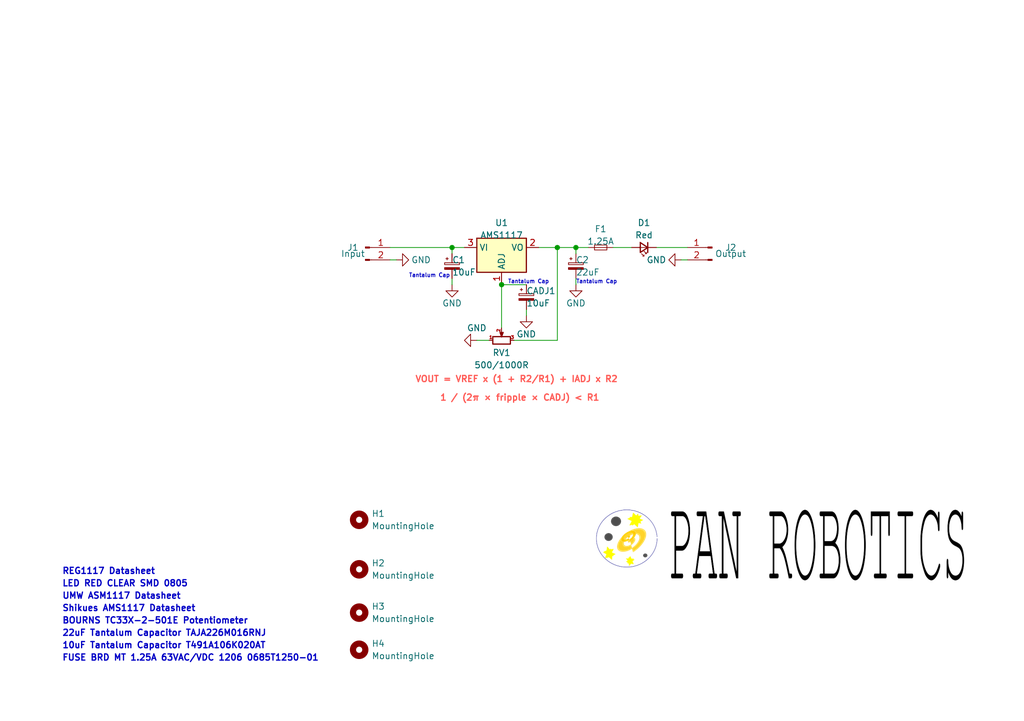
<source format=kicad_sch>
(kicad_sch (version 20230121) (generator eeschema)
  (paper "A5")
  (title_block (title "AMS1117-ADJ-LDO") (date "2023-08-20") (rev "V1") (company "Pan Robotics Ltd") (comment 1 "1"))
  (lib_symbols
    (symbol "Connector:Conn_01x02_Pin" (pin_names (offset 1.016) hide)
      (property "Reference" "J" (at 0 2.54 0))
      (property "Value" "Conn_01x02_Pin" (at 0 -5.08 0))
      (symbol "Conn_01x02_Pin_1_1"
        (polyline (pts (xy 1.27 -2.54) (xy 0.8636 -2.54)) (stroke (width 0.1524)))
        (polyline (pts (xy 1.27 0) (xy 0.8636 0)) (stroke (width 0.1524)))
        (rectangle (start 0.8636 -2.413) (end 0 -2.667) (stroke (width 0.1524)) (fill (type outline)))
        (rectangle (start 0.8636 0.127) (end 0 -0.127) (stroke (width 0.1524)) (fill (type outline)))
        (pin passive line (at 5.08 0 180) (length 3.81) (name "Pin_1") (number "1"))
        (pin passive line (at 5.08 -2.54 180) (length 3.81) (name "Pin_2") (number "2"))
      )
    )
    (symbol "Device:C_Polarized_Small" (pin_numbers hide) (pin_names (offset 0.254) hide)
      (property "Reference" "C" (at 0.254 1.778 0))
      (property "Value" "C_Polarized_Small" (at 0.254 -2.032 0))
      (symbol "C_Polarized_Small_0_1"
        (rectangle (start -1.524 -0.3048) (end 1.524 -0.6858) (fill (type outline)))
        (rectangle (start -1.524 0.6858) (end 1.524 0.3048))
        (polyline (pts (xy -1.27 1.524) (xy -0.762 1.524)))
        (polyline (pts (xy -1.016 1.27) (xy -1.016 1.778)))
      )
      (symbol "C_Polarized_Small_1_1"
        (pin passive line (at 0 2.54 270) (length 1.8542) (name "~") (number "1"))
        (pin passive line (at 0 -2.54 90) (length 1.8542) (name "~") (number "2"))
      )
    )
    (symbol "Device:Fuse_Small" (pin_numbers hide) (pin_names (offset 0.254) hide)
      (property "Reference" "F" (at 0 -1.524 0))
      (property "Value" "Fuse_Small" (at 0 1.524 0))
      (symbol "Fuse_Small_0_1"
        (rectangle (start -1.27 0.508) (end 1.27 -0.508))
        (polyline (pts (xy -1.27 0) (xy 1.27 0)))
      )
      (symbol "Fuse_Small_1_1"
        (pin passive line (at -2.54 0 0) (length 1.27) (name "~") (number "1"))
        (pin passive line (at 2.54 0 180) (length 1.27) (name "~") (number "2"))
      )
    )
    (symbol "Device:LED_Small" (pin_numbers hide) (pin_names (offset 0.254) hide)
      (property "Reference" "D" (at -1.27 3.175 0))
      (property "Value" "LED_Small" (at -4.445 -2.54 0))
      (symbol "LED_Small_0_1"
        (polyline (pts (xy -0.762 -1.016) (xy -0.762 1.016)) (stroke (width 0.254)))
        (polyline (pts (xy 1.016 0) (xy -0.762 0)))
        (polyline (pts (xy 0.762 -1.016) (xy -0.762 0) (xy 0.762 1.016) (xy 0.762 -1.016)) (stroke (width 0.254)))
        (polyline (pts (xy 0 0.762) (xy -0.508 1.27) (xy -0.254 1.27) (xy -0.508 1.27) (xy -0.508 1.016)))
        (polyline (pts (xy 0.508 1.27) (xy 0 1.778) (xy 0.254 1.778) (xy 0 1.778) (xy 0 1.524)))
      )
      (symbol "LED_Small_1_1"
        (pin passive line (at -2.54 0 0) (length 1.778) (name "K") (number "1"))
        (pin passive line (at 2.54 0 180) (length 1.778) (name "A") (number "2"))
      )
    )
    (symbol "Device:R_Potentiometer_Small" (pin_names (offset 1.016) hide)
      (property "Reference" "RV" (at -4.445 0 90))
      (property "Value" "R_Potentiometer_Small" (at -2.54 0 90))
      (symbol "R_Potentiometer_Small_0_1"
        (polyline (pts (xy 0.889 0) (xy 0.635 0) (xy 1.651 0.381) (xy 1.651 -0.381) (xy 0.635 0) (xy 0.889 0)) (fill (type outline)))
        (rectangle (start 0.762 1.8034) (end -0.762 -1.8034) (stroke (width 0.254)))
      )
      (symbol "R_Potentiometer_Small_1_1"
        (pin passive line (at 0 2.54 270) (length 0.635) (name "1") (number "1"))
        (pin passive line (at 2.54 0 180) (length 0.9906) (name "2") (number "2"))
        (pin passive line (at 0 -2.54 90) (length 0.635) (name "3") (number "3"))
      )
    )
    (symbol "Mechanical:MountingHole" (pin_names (offset 1.016))
      (property "Reference" "H" (at 0 5.08 0))
      (property "Value" "MountingHole" (at 0 3.175 0))
      (symbol "MountingHole_0_1"
        (circle (center 0 0) (radius 1.27) (stroke (width 1.27)))
      )
    )
    (symbol "Regulator_Linear:AMS1117"
      (property "Reference" "U" (at -3.81 3.175 0))
      (property "Value" "AMS1117" (at 0 3.175 0))
      (symbol "AMS1117_0_1"
        (rectangle (start -5.08 -5.08) (end 5.08 1.905) (stroke (width 0.254)) (fill (type background)))
      )
      (symbol "AMS1117_1_1"
        (pin input line (at 0 -7.62 90) (length 2.54) (name "ADJ") (number "1"))
        (pin power_out line (at 7.62 0 180) (length 2.54) (name "VO") (number "2"))
        (pin power_in line (at -7.62 0 0) (length 2.54) (name "VI") (number "3"))
      )
    )
    (symbol "power:GND" (power) (pin_names (offset 0))
      (property "Value" "GND" (at 0 -3.81 0))
      (symbol "GND_0_1"
        (polyline (pts (xy 0 0) (xy 0 -1.27) (xy 1.27 -1.27) (xy 0 -2.54) (xy -1.27 -1.27) (xy 0 -1.27)))
      )
      (symbol "GND_1_1"
        (pin power_in line (at 0 0 270) (length 0) hide (name "GND") (number "1"))
      )
    )
  )
  (junction (at 102.87 58.42))
  (junction (at 92.71 50.8))
  (junction (at 118.11 50.8))
  (junction (at 114.3 50.8))
  (wire (pts (xy 102.87 58.42) (xy 107.95 58.42)))
  (wire (pts (xy 110.49 50.8) (xy 114.3 50.8)))
  (wire (pts (xy 118.11 58.42) (xy 118.11 57.15)))
  (wire (pts (xy 92.71 58.42) (xy 92.71 57.15)))
  (wire (pts (xy 114.3 69.85) (xy 114.3 50.8)))
  (wire (pts (xy 134.62 50.8) (xy 140.97 50.8)))
  (wire (pts (xy 102.87 58.42) (xy 102.87 67.31)))
  (wire (pts (xy 125.73 50.8) (xy 129.54 50.8)))
  (wire (pts (xy 118.11 50.8) (xy 120.65 50.8)))
  (wire (pts (xy 107.95 64.77) (xy 107.95 63.5)))
  (wire (pts (xy 92.71 50.8) (xy 92.71 52.07)))
  (wire (pts (xy 139.7 53.34) (xy 140.97 53.34)))
  (wire (pts (xy 97.79 69.85) (xy 100.33 69.85)))
  (wire (pts (xy 80.01 50.8) (xy 92.71 50.8)))
  (wire (pts (xy 105.41 69.85) (xy 114.3 69.85)))
  (wire (pts (xy 81.28 53.34) (xy 80.01 53.34)))
  (wire (pts (xy 118.11 52.07) (xy 118.11 50.8)))
  (wire (pts (xy 114.3 50.8) (xy 118.11 50.8)))
  (wire (pts (xy 92.71 50.8) (xy 95.25 50.8)))
  (image (at 160.02 111.76) (scale 0.818739))
  (text "REG1117 Datasheet" (at 12.7 118.11 0) (effects (font (size 1.27 1.27) (thickness 0.254) bold) (justify left bottom)))
  (text "Tantalum Cap" (at 104.14 58.42 0) (effects (font (size 0.8 0.8)) (justify left bottom)))
  (text "Tantalum Cap" (at 118.11 58.42 0) (effects (font (size 0.8 0.8)) (justify left bottom)))
  (text "10uF Tantalum Capacitor T491A106K020AT" (at 12.7 133.35 0) (effects (font (size 1.27 1.27) (thickness 0.254) bold) (justify left bottom)))
  (text "UMW ASM1117 Datasheet" (at 12.7 123.19 0) (effects (font (size 1.27 1.27) (thickness 0.254) bold) (justify left bottom)))
  (text "VOUT = VREF x (1 + R2/R1) + IADJ x R2" (at 85.09 78.74 0) (effects (font (size 1.27 1.27) bold) (justify left bottom)))
  (text "FUSE BRD MT 1.25A 63VAC/VDC 1206 0685T1250-01" (at 12.7 135.89 0) (effects (font (size 1.27 1.27) (thickness 0.254) bold) (justify left bottom)))
  (text "Shikues AMS1117 Datasheet" (at 12.7 125.73 0) (effects (font (size 1.27 1.27) bold) (justify left bottom)))
  (text "22uF Tantalum Capacitor TAJA226M016RNJ" (at 12.7 130.81 0) (effects (font (size 1.27 1.27) (thickness 0.254) bold) (justify left bottom)))
  (text "LED RED CLEAR SMD 0805" (at 12.7 120.65 0) (effects (font (size 1.27 1.27) (thickness 0.254) bold) (justify left bottom)))
  (text "Tantalum Cap" (at 83.82 57.15 0) (effects (font (size 0.8 0.8)) (justify left bottom)))
  (text "1 / (2π × fripple × CADJ) < R1" (at 90.17 82.55 0) (effects (font (size 1.27 1.27) bold) (justify left bottom)))
  (text "BOURNS TC33X-2-501E Potentiometer" (at 12.7 128.27 0) (effects (font (size 1.27 1.27) bold) (justify left bottom)))
  (symbol (lib_id "Mechanical:MountingHole") (at 73.66 133.35 0) (unit 1)
    (property "Reference" "H4" (at 76.2 132.08 0) (effects (justify left)))
    (property "Value" "MountingHole" (at 76.2 134.62 0) (effects (justify left)))
    (property "Footprint" "MountingHole:MountingHole_3.2mm_M3_DIN965_Pad" (effects hide))
  )
  (symbol (lib_id "Mechanical:MountingHole") (at 73.66 106.68 0) (unit 1)
    (property "Reference" "H1" (at 76.2 105.41 0) (effects (justify left)))
    (property "Value" "MountingHole" (at 76.2 107.95 0) (effects (justify left)))
    (property "Footprint" "MountingHole:MountingHole_3.2mm_M3_DIN965_Pad" (effects hide))
  )
  (symbol (lib_id "Connector:Conn_01x02_Pin") (at 74.93 50.8 0) (unit 1)
    (property "Reference" "J1" (at 72.39 50.8 0))
    (property "Value" "Input" (at 72.39 52.07 0))
    (property "Footprint" "Connector_PinHeader_2.54mm:PinHeader_1x02_P2.54mm_Vertical" (effects hide))
  )
  (symbol (lib_id "Device:C_Polarized_Small") (at 92.71 54.61 0) (unit 1)
    (property "Reference" "C1" (at 92.71 53.34 0) (effects (justify left)))
    (property "Value" "10uF" (at 92.71 55.88 0) (effects (justify left)))
    (property "Footprint" "Capacitor_SMD:C_1206_3216Metric_Pad1.33x1.80mm_HandSolder" (effects hide))
  )
  (symbol (lib_id "Device:LED_Small") (at 132.08 50.8 180) (unit 1)
    (property "Reference" "D1" (at 132.08 45.72 0))
    (property "Value" "Red" (at 132.08 48.26 0))
    (property "Footprint" "LED_SMD:LED_0805_2012Metric_Pad1.15x1.40mm_HandSolder" (effects hide))
  )
  (symbol (lib_id "power:GND") (at 81.28 53.34 90) (unit 1)
    (property "Reference" "#PWR01" (effects hide))
    (property "Value" "GND" (at 86.36 53.34 90))
  )
  (symbol (lib_id "Device:Fuse_Small") (at 123.19 50.8 0) (unit 1)
    (property "Reference" "F1" (at 123.19 46.99 0))
    (property "Value" "1.25A" (at 123.19 49.53 0))
    (property "Footprint" "Fuse:Fuse_1206_3216Metric_Pad1.42x1.75mm_HandSolder" (effects hide))
  )
  (symbol (lib_id "Mechanical:MountingHole") (at 73.66 116.84 0) (unit 1)
    (property "Reference" "H2" (at 76.2 115.57 0) (effects (justify left)))
    (property "Value" "MountingHole" (at 76.2 118.11 0) (effects (justify left)))
    (property "Footprint" "MountingHole:MountingHole_3.2mm_M3_DIN965_Pad" (effects hide))
  )
  (symbol (lib_id "power:GND") (at 107.95 64.77 0) (unit 1)
    (property "Reference" "#PWR02" (effects hide))
    (property "Value" "GND" (at 107.95 68.58 0))
  )
  (symbol (lib_id "Connector:Conn_01x02_Pin") (at 146.05 50.8 0) (mirror y) (unit 1)
    (property "Reference" "J2" (at 149.86 50.8 0))
    (property "Value" "Output" (at 149.86 52.07 0))
    (property "Footprint" "Connector_PinHeader_2.54mm:PinHeader_1x02_P2.54mm_Vertical" (effects hide))
  )
  (symbol (lib_id "Mechanical:MountingHole") (at 73.66 125.73 0) (unit 1)
    (property "Reference" "H3" (at 76.2 124.46 0) (effects (justify left)))
    (property "Value" "MountingHole" (at 76.2 127 0) (effects (justify left)))
    (property "Footprint" "MountingHole:MountingHole_3.2mm_M3_DIN965_Pad" (effects hide))
  )
  (symbol (lib_id "power:GND") (at 92.71 58.42 0) (unit 1)
    (property "Reference" "#PWR05" (effects hide))
    (property "Value" "GND" (at 92.71 62.23 0))
  )
  (symbol (lib_id "Device:C_Polarized_Small") (at 107.95 60.96 0) (unit 1)
    (property "Reference" "CADJ1" (at 107.95 59.69 0) (effects (justify left)))
    (property "Value" "10uF" (at 107.95 62.23 0) (effects (justify left)))
    (property "Footprint" "Capacitor_SMD:C_1206_3216Metric_Pad1.33x1.80mm_HandSolder" (effects hide))
  )
  (symbol (lib_id "power:GND") (at 118.11 58.42 0) (unit 1)
    (property "Reference" "#PWR04" (effects hide))
    (property "Value" "GND" (at 118.11 62.23 0))
  )
  (symbol (lib_id "Device:R_Potentiometer_Small") (at 102.87 69.85 90) (unit 1)
    (property "Reference" "RV1" (at 102.87 72.39 90))
    (property "Value" "500/1000R" (at 102.87 74.93 90))
    (property "Footprint" "Potentiometer_SMD:Potentiometer_Bourns_TC33X_Vertical" (effects hide))
  )
  (symbol (lib_id "power:GND") (at 97.79 69.85 270) (unit 1)
    (property "Reference" "#PWR06" (effects hide))
    (property "Value" "GND" (at 97.79 67.31 90))
  )
  (symbol (lib_id "Regulator_Linear:AMS1117") (at 102.87 50.8 0) (unit 1)
    (property "Reference" "U1" (at 102.87 45.72 0))
    (property "Value" "AMS1117" (at 102.87 48.26 0))
    (property "Footprint" "Package_TO_SOT_SMD:SOT-223-3_TabPin2" (effects hide))
    (property "Datasheet" "http://www.advanced-monolithic.com/pdf/ds1117.pdf" (effects hide))
  )
  (symbol (lib_id "power:GND") (at 139.7 53.34 270) (unit 1)
    (property "Reference" "#PWR07" (effects hide))
    (property "Value" "GND" (at 134.62 53.34 90))
  )
  (symbol (lib_id "Device:C_Polarized_Small") (at 118.11 54.61 0) (unit 1)
    (property "Reference" "C2" (at 118.11 53.34 0) (effects (justify left)))
    (property "Value" "22uF" (at 118.11 55.88 0) (effects (justify left)))
    (property "Footprint" "Capacitor_SMD:C_1206_3216Metric_Pad1.33x1.80mm_HandSolder" (effects hide))
  )
)
</source>
